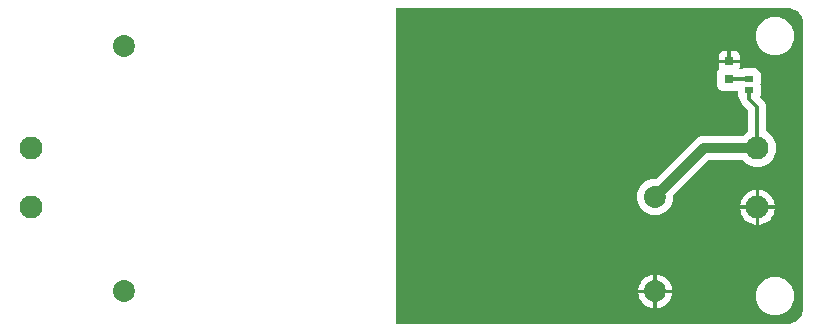
<source format=gbr>
G04 EAGLE Gerber RS-274X export*
G75*
%MOMM*%
%FSLAX34Y34*%
%LPD*%
%INTop Copper*%
%IPPOS*%
%AMOC8*
5,1,8,0,0,1.08239X$1,22.5*%
G01*
%ADD10C,1.950000*%
%ADD11C,1.860000*%
%ADD12R,0.700000X0.600000*%
%ADD13R,0.800000X0.800000*%
%ADD14C,0.756400*%
%ADD15C,0.304800*%
%ADD16C,0.812800*%

G36*
X680019Y6100D02*
X680019Y6100D01*
X680059Y6099D01*
X682117Y6261D01*
X682131Y6264D01*
X682145Y6264D01*
X682289Y6295D01*
X686203Y7567D01*
X686242Y7587D01*
X686285Y7599D01*
X686412Y7674D01*
X689742Y10093D01*
X689773Y10124D01*
X689809Y10148D01*
X689907Y10258D01*
X692326Y13588D01*
X692346Y13627D01*
X692374Y13661D01*
X692433Y13797D01*
X693705Y17711D01*
X693707Y17725D01*
X693713Y17738D01*
X693739Y17883D01*
X693901Y19941D01*
X693899Y19960D01*
X693903Y20000D01*
X693903Y260000D01*
X693900Y260019D01*
X693901Y260059D01*
X693739Y262117D01*
X693736Y262131D01*
X693736Y262145D01*
X693705Y262289D01*
X692433Y266203D01*
X692413Y266242D01*
X692401Y266285D01*
X692326Y266412D01*
X689907Y269742D01*
X689876Y269773D01*
X689852Y269809D01*
X689742Y269907D01*
X686412Y272326D01*
X686373Y272346D01*
X686339Y272374D01*
X686203Y272433D01*
X682289Y273705D01*
X682275Y273707D01*
X682262Y273713D01*
X682117Y273739D01*
X680059Y273901D01*
X680040Y273899D01*
X680000Y273903D01*
X350000Y273903D01*
X349976Y273899D01*
X349951Y273902D01*
X349856Y273880D01*
X349759Y273864D01*
X349738Y273852D01*
X349714Y273846D01*
X349630Y273795D01*
X349544Y273749D01*
X349527Y273731D01*
X349506Y273718D01*
X349444Y273642D01*
X349377Y273571D01*
X349367Y273548D01*
X349352Y273529D01*
X349317Y273438D01*
X349276Y273348D01*
X349274Y273324D01*
X349265Y273301D01*
X349251Y273154D01*
X349251Y6846D01*
X349255Y6822D01*
X349252Y6797D01*
X349275Y6702D01*
X349290Y6605D01*
X349302Y6584D01*
X349308Y6560D01*
X349359Y6476D01*
X349405Y6390D01*
X349423Y6373D01*
X349436Y6352D01*
X349512Y6290D01*
X349584Y6223D01*
X349606Y6213D01*
X349625Y6197D01*
X349716Y6163D01*
X349806Y6122D01*
X349830Y6120D01*
X349853Y6111D01*
X350000Y6097D01*
X680000Y6097D01*
X680019Y6100D01*
G37*
%LPC*%
G36*
X565237Y98403D02*
X565237Y98403D01*
X559578Y100747D01*
X555247Y105078D01*
X552903Y110737D01*
X552903Y116863D01*
X555247Y122522D01*
X559578Y126853D01*
X565237Y129197D01*
X569017Y129197D01*
X569113Y129213D01*
X569210Y129222D01*
X569233Y129232D01*
X569258Y129236D01*
X569344Y129282D01*
X569432Y129323D01*
X569458Y129344D01*
X569473Y129351D01*
X569490Y129370D01*
X569547Y129416D01*
X603744Y163614D01*
X607479Y165161D01*
X642440Y165161D01*
X642536Y165177D01*
X642633Y165186D01*
X642656Y165196D01*
X642680Y165200D01*
X642767Y165246D01*
X642855Y165287D01*
X642881Y165308D01*
X642896Y165315D01*
X642913Y165334D01*
X642970Y165380D01*
X646024Y168434D01*
X646916Y168804D01*
X646917Y168804D01*
X647005Y168859D01*
X647124Y168933D01*
X647199Y169024D01*
X647279Y169121D01*
X647279Y169122D01*
X647323Y169239D01*
X647365Y169349D01*
X647365Y169350D01*
X647365Y169351D01*
X647379Y169496D01*
X647379Y186533D01*
X647363Y186629D01*
X647354Y186726D01*
X647344Y186749D01*
X647340Y186774D01*
X647294Y186860D01*
X647253Y186949D01*
X647232Y186974D01*
X647225Y186989D01*
X647206Y187006D01*
X647160Y187063D01*
X641539Y192683D01*
X640379Y195484D01*
X640379Y196188D01*
X640363Y196285D01*
X640354Y196382D01*
X640344Y196404D01*
X640340Y196429D01*
X640294Y196515D01*
X640253Y196604D01*
X640232Y196630D01*
X640225Y196644D01*
X640206Y196661D01*
X640160Y196718D01*
X639331Y197546D01*
X638403Y199787D01*
X638403Y203189D01*
X638395Y203238D01*
X638397Y203287D01*
X638376Y203357D01*
X638364Y203430D01*
X638340Y203473D01*
X638326Y203520D01*
X638283Y203580D01*
X638249Y203645D01*
X638213Y203679D01*
X638184Y203719D01*
X638124Y203762D01*
X638071Y203812D01*
X638026Y203832D01*
X637986Y203861D01*
X637915Y203882D01*
X637848Y203913D01*
X637799Y203918D01*
X637753Y203932D01*
X637679Y203930D01*
X637605Y203937D01*
X637558Y203926D01*
X637509Y203924D01*
X637369Y203882D01*
X637368Y203882D01*
X637367Y203882D01*
X636213Y203403D01*
X625787Y203403D01*
X623547Y204331D01*
X621831Y206047D01*
X620903Y208287D01*
X620903Y218713D01*
X621831Y220954D01*
X622339Y221461D01*
X622367Y221501D01*
X622403Y221534D01*
X622438Y221599D01*
X622481Y221659D01*
X622495Y221706D01*
X622518Y221749D01*
X622531Y221822D01*
X622552Y221893D01*
X622550Y221942D01*
X622558Y221990D01*
X622546Y222063D01*
X622544Y222137D01*
X622527Y222183D01*
X622519Y222231D01*
X622458Y222364D01*
X622458Y222365D01*
X622340Y222570D01*
X621999Y223842D01*
X621999Y227001D01*
X630250Y227001D01*
X630274Y227005D01*
X630298Y227002D01*
X630394Y227025D01*
X630491Y227041D01*
X630512Y227052D01*
X630536Y227058D01*
X630619Y227109D01*
X630706Y227156D01*
X630723Y227173D01*
X630743Y227186D01*
X630806Y227262D01*
X630873Y227334D01*
X630883Y227356D01*
X630898Y227375D01*
X630933Y227466D01*
X630974Y227556D01*
X630976Y227580D01*
X630985Y227603D01*
X630999Y227750D01*
X630999Y228501D01*
X631001Y228501D01*
X631001Y227750D01*
X631005Y227726D01*
X631002Y227702D01*
X631025Y227606D01*
X631041Y227509D01*
X631052Y227488D01*
X631058Y227464D01*
X631109Y227380D01*
X631156Y227294D01*
X631173Y227277D01*
X631186Y227257D01*
X631262Y227194D01*
X631334Y227127D01*
X631356Y227117D01*
X631375Y227102D01*
X631466Y227067D01*
X631556Y227026D01*
X631580Y227024D01*
X631603Y227015D01*
X631750Y227001D01*
X640001Y227001D01*
X640001Y223842D01*
X639929Y223574D01*
X639929Y223573D01*
X639729Y222829D01*
X639724Y222780D01*
X639710Y222733D01*
X639713Y222659D01*
X639705Y222586D01*
X639717Y222538D01*
X639718Y222489D01*
X639744Y222420D01*
X639761Y222348D01*
X639787Y222306D01*
X639804Y222260D01*
X639851Y222203D01*
X639890Y222141D01*
X639928Y222110D01*
X639959Y222072D01*
X640021Y222033D01*
X640078Y221986D01*
X640124Y221969D01*
X640166Y221943D01*
X640238Y221926D01*
X640306Y221900D01*
X640356Y221898D01*
X640403Y221887D01*
X640477Y221894D01*
X640550Y221892D01*
X640597Y221906D01*
X640646Y221911D01*
X640714Y221941D01*
X640784Y221962D01*
X640824Y221991D01*
X640869Y222011D01*
X640981Y222104D01*
X640982Y222104D01*
X640982Y222105D01*
X640983Y222105D01*
X641046Y222169D01*
X643287Y223097D01*
X652713Y223097D01*
X654953Y222169D01*
X656669Y220453D01*
X657597Y218213D01*
X657597Y209787D01*
X657389Y209287D01*
X657367Y209192D01*
X657339Y209099D01*
X657340Y209073D01*
X657334Y209049D01*
X657344Y208952D01*
X657347Y208855D01*
X657356Y208823D01*
X657358Y208806D01*
X657368Y208784D01*
X657389Y208713D01*
X657597Y208213D01*
X657597Y199787D01*
X657318Y199114D01*
X657288Y198987D01*
X657262Y198877D01*
X657262Y198876D01*
X657275Y198747D01*
X657286Y198634D01*
X657286Y198633D01*
X657347Y198499D01*
X657387Y198411D01*
X657387Y198410D01*
X657480Y198297D01*
X661461Y194317D01*
X662621Y191516D01*
X662621Y169496D01*
X662648Y169332D01*
X662660Y169256D01*
X662719Y169147D01*
X662775Y169041D01*
X662775Y169040D01*
X662859Y168962D01*
X662953Y168874D01*
X662954Y168873D01*
X663083Y168804D01*
X663976Y168434D01*
X668434Y163976D01*
X670847Y158152D01*
X670847Y151848D01*
X668434Y146024D01*
X663976Y141566D01*
X658152Y139153D01*
X651848Y139153D01*
X646024Y141566D01*
X642970Y144620D01*
X642890Y144677D01*
X642815Y144739D01*
X642792Y144747D01*
X642771Y144762D01*
X642678Y144790D01*
X642587Y144825D01*
X642554Y144828D01*
X642538Y144833D01*
X642513Y144832D01*
X642440Y144839D01*
X614019Y144839D01*
X613923Y144823D01*
X613826Y144814D01*
X613803Y144804D01*
X613778Y144800D01*
X613692Y144754D01*
X613604Y144713D01*
X613578Y144692D01*
X613563Y144685D01*
X613546Y144666D01*
X613489Y144620D01*
X583916Y115047D01*
X583859Y114967D01*
X583797Y114892D01*
X583789Y114869D01*
X583774Y114848D01*
X583746Y114755D01*
X583711Y114664D01*
X583708Y114631D01*
X583703Y114615D01*
X583704Y114590D01*
X583697Y114517D01*
X583697Y110737D01*
X581353Y105078D01*
X577022Y100747D01*
X571363Y98403D01*
X565237Y98403D01*
G37*
%LPD*%
%LPC*%
G36*
X666798Y233903D02*
X666798Y233903D01*
X660882Y236354D01*
X656354Y240882D01*
X653903Y246798D01*
X653903Y253202D01*
X656354Y259118D01*
X660882Y263646D01*
X666798Y266097D01*
X673202Y266097D01*
X679118Y263646D01*
X683646Y259118D01*
X686097Y253202D01*
X686097Y246798D01*
X683646Y240882D01*
X679118Y236354D01*
X673202Y233903D01*
X666798Y233903D01*
G37*
%LPD*%
%LPC*%
G36*
X666798Y13903D02*
X666798Y13903D01*
X660882Y16354D01*
X656354Y20882D01*
X653903Y26798D01*
X653903Y33202D01*
X656354Y39118D01*
X660882Y43646D01*
X666798Y46097D01*
X673202Y46097D01*
X679118Y43646D01*
X683646Y39118D01*
X686097Y33202D01*
X686097Y26798D01*
X683646Y20882D01*
X679118Y16354D01*
X673202Y13903D01*
X666798Y13903D01*
G37*
%LPD*%
%LPC*%
G36*
X656499Y106499D02*
X656499Y106499D01*
X656499Y119697D01*
X658454Y119387D01*
X660662Y118670D01*
X662731Y117616D01*
X664609Y116251D01*
X666251Y114609D01*
X667616Y112731D01*
X668670Y110662D01*
X669387Y108454D01*
X669697Y106499D01*
X656499Y106499D01*
G37*
%LPD*%
%LPC*%
G36*
X640303Y106499D02*
X640303Y106499D01*
X640613Y108454D01*
X641330Y110662D01*
X642384Y112731D01*
X643749Y114609D01*
X645391Y116251D01*
X647269Y117616D01*
X649338Y118670D01*
X651546Y119387D01*
X653501Y119697D01*
X653501Y106499D01*
X640303Y106499D01*
G37*
%LPD*%
%LPC*%
G36*
X656499Y103501D02*
X656499Y103501D01*
X669697Y103501D01*
X669387Y101546D01*
X668670Y99338D01*
X667616Y97269D01*
X666251Y95391D01*
X664609Y93749D01*
X662731Y92384D01*
X660662Y91330D01*
X658454Y90613D01*
X656499Y90303D01*
X656499Y103501D01*
G37*
%LPD*%
%LPC*%
G36*
X651546Y90613D02*
X651546Y90613D01*
X649338Y91330D01*
X647269Y92384D01*
X645391Y93749D01*
X643749Y95391D01*
X642384Y97269D01*
X641330Y99338D01*
X640613Y101546D01*
X640303Y103501D01*
X653501Y103501D01*
X653501Y90303D01*
X651546Y90613D01*
G37*
%LPD*%
%LPC*%
G36*
X569799Y35299D02*
X569799Y35299D01*
X569799Y48042D01*
X571649Y47749D01*
X573790Y47053D01*
X575795Y46031D01*
X577616Y44708D01*
X579208Y43116D01*
X580531Y41295D01*
X581553Y39290D01*
X582249Y37149D01*
X582542Y35299D01*
X569799Y35299D01*
G37*
%LPD*%
%LPC*%
G36*
X554058Y35299D02*
X554058Y35299D01*
X554351Y37149D01*
X555047Y39290D01*
X556069Y41295D01*
X557392Y43116D01*
X558984Y44708D01*
X560805Y46031D01*
X562810Y47053D01*
X564951Y47749D01*
X566801Y48042D01*
X566801Y35299D01*
X554058Y35299D01*
G37*
%LPD*%
%LPC*%
G36*
X569799Y32301D02*
X569799Y32301D01*
X582542Y32301D01*
X582249Y30451D01*
X581553Y28310D01*
X580531Y26305D01*
X579208Y24484D01*
X577616Y22892D01*
X575795Y21569D01*
X573790Y20547D01*
X571649Y19851D01*
X569799Y19558D01*
X569799Y32301D01*
G37*
%LPD*%
%LPC*%
G36*
X564951Y19851D02*
X564951Y19851D01*
X562810Y20547D01*
X560805Y21569D01*
X558984Y22892D01*
X557392Y24484D01*
X556069Y26305D01*
X555047Y28310D01*
X554351Y30451D01*
X554058Y32301D01*
X566801Y32301D01*
X566801Y19558D01*
X564951Y19851D01*
G37*
%LPD*%
%LPC*%
G36*
X632499Y229999D02*
X632499Y229999D01*
X632499Y237501D01*
X635658Y237501D01*
X636930Y237160D01*
X638070Y236502D01*
X639002Y235570D01*
X639660Y234430D01*
X640001Y233158D01*
X640001Y229999D01*
X632499Y229999D01*
G37*
%LPD*%
%LPC*%
G36*
X621999Y229999D02*
X621999Y229999D01*
X621999Y233158D01*
X622340Y234430D01*
X622998Y235570D01*
X623930Y236502D01*
X625070Y237160D01*
X626342Y237501D01*
X629501Y237501D01*
X629501Y229999D01*
X621999Y229999D01*
G37*
%LPD*%
%LPC*%
G36*
X654999Y104999D02*
X654999Y104999D01*
X654999Y105001D01*
X655001Y105001D01*
X655001Y104999D01*
X654999Y104999D01*
G37*
%LPD*%
%LPC*%
G36*
X568299Y33799D02*
X568299Y33799D01*
X568299Y33801D01*
X568301Y33801D01*
X568301Y33799D01*
X568299Y33799D01*
G37*
%LPD*%
D10*
X40000Y155000D03*
X40000Y105000D03*
X655000Y105000D03*
X655000Y155000D03*
D11*
X118300Y33800D03*
X118300Y241800D03*
X568300Y33800D03*
X568300Y113800D03*
D12*
X648000Y214000D03*
X648000Y204000D03*
D13*
X631000Y228500D03*
X631000Y213500D03*
D14*
X355600Y254000D03*
X406400Y254000D03*
X457200Y254000D03*
X508000Y254000D03*
X558800Y254000D03*
X609600Y254000D03*
X355600Y203200D03*
X355600Y152400D03*
X355600Y101600D03*
X355600Y50800D03*
X406400Y25400D03*
X457200Y25400D03*
X508000Y25400D03*
X609600Y25400D03*
D15*
X631000Y213500D02*
X631500Y213500D01*
X632000Y214000D01*
X648000Y214000D01*
X655000Y190000D02*
X655000Y155000D01*
X655000Y190000D02*
X648000Y197000D01*
X648000Y204000D01*
D16*
X609500Y155000D02*
X568300Y113800D01*
X609500Y155000D02*
X655000Y155000D01*
M02*

</source>
